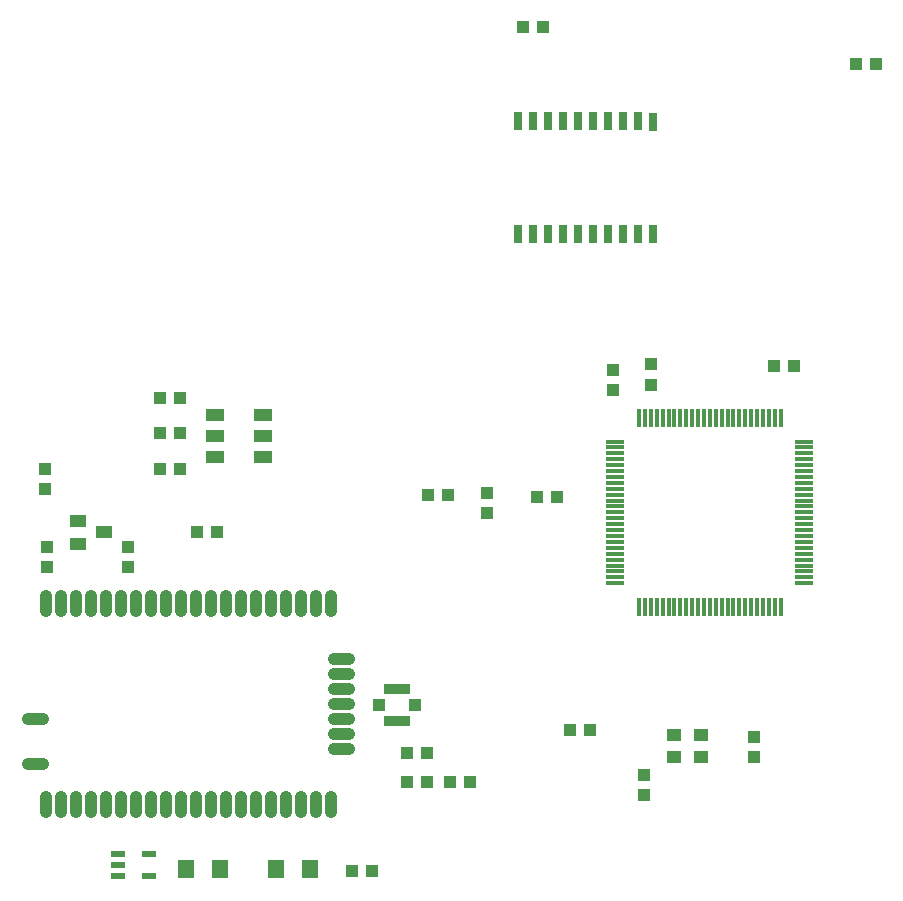
<source format=gtp>
G75*
G70*
%OFA0B0*%
%FSLAX24Y24*%
%IPPOS*%
%LPD*%
%AMOC8*
5,1,8,0,0,1.08239X$1,22.5*
%
%ADD10R,0.0591X0.0118*%
%ADD11R,0.0118X0.0591*%
%ADD12R,0.0433X0.0394*%
%ADD13R,0.0394X0.0433*%
%ADD14R,0.0472X0.0217*%
%ADD15R,0.0551X0.0630*%
%ADD16C,0.0400*%
%ADD17R,0.0591X0.0433*%
%ADD18R,0.0551X0.0394*%
%ADD19R,0.0300X0.0600*%
%ADD20R,0.0512X0.0433*%
%ADD21R,0.0866X0.0335*%
%ADD22R,0.0413X0.0394*%
D10*
X020530Y011318D03*
X020530Y011515D03*
X020530Y011711D03*
X020530Y011908D03*
X020530Y012105D03*
X020530Y012302D03*
X020530Y012499D03*
X020530Y012696D03*
X020530Y012893D03*
X020530Y013089D03*
X020530Y013286D03*
X020530Y013483D03*
X020530Y013680D03*
X020530Y013877D03*
X020530Y014074D03*
X020530Y014271D03*
X020530Y014467D03*
X020530Y014664D03*
X020530Y014861D03*
X020530Y015058D03*
X020530Y015255D03*
X020530Y015452D03*
X020530Y015649D03*
X020530Y015845D03*
X020530Y016042D03*
X026830Y016042D03*
X026830Y015845D03*
X026830Y015649D03*
X026830Y015452D03*
X026830Y015255D03*
X026830Y015058D03*
X026830Y014861D03*
X026830Y014664D03*
X026830Y014467D03*
X026830Y014271D03*
X026830Y014074D03*
X026830Y013877D03*
X026830Y013680D03*
X026830Y013483D03*
X026830Y013286D03*
X026830Y013089D03*
X026830Y012893D03*
X026830Y012696D03*
X026830Y012499D03*
X026830Y012302D03*
X026830Y012105D03*
X026830Y011908D03*
X026830Y011711D03*
X026830Y011515D03*
X026830Y011318D03*
D11*
X026042Y010530D03*
X025845Y010530D03*
X025649Y010530D03*
X025452Y010530D03*
X025255Y010530D03*
X025058Y010530D03*
X024861Y010530D03*
X024664Y010530D03*
X024467Y010530D03*
X024271Y010530D03*
X024074Y010530D03*
X023877Y010530D03*
X023680Y010530D03*
X023483Y010530D03*
X023286Y010530D03*
X023089Y010530D03*
X022893Y010530D03*
X022696Y010530D03*
X022499Y010530D03*
X022302Y010530D03*
X022105Y010530D03*
X021908Y010530D03*
X021711Y010530D03*
X021515Y010530D03*
X021318Y010530D03*
X021318Y016830D03*
X021515Y016830D03*
X021711Y016830D03*
X021908Y016830D03*
X022105Y016830D03*
X022302Y016830D03*
X022499Y016830D03*
X022696Y016830D03*
X022893Y016830D03*
X023089Y016830D03*
X023286Y016830D03*
X023483Y016830D03*
X023680Y016830D03*
X023877Y016830D03*
X024074Y016830D03*
X024271Y016830D03*
X024467Y016830D03*
X024664Y016830D03*
X024861Y016830D03*
X025058Y016830D03*
X025255Y016830D03*
X025452Y016830D03*
X025649Y016830D03*
X025845Y016830D03*
X026042Y016830D03*
D12*
X018586Y014196D03*
X017916Y014196D03*
X014963Y014274D03*
X014294Y014274D03*
X004274Y012523D03*
X004274Y011853D03*
X001597Y011853D03*
X001597Y012523D03*
X001519Y014452D03*
X001519Y015121D03*
X011755Y001723D03*
X012424Y001723D03*
D13*
X013586Y004708D03*
X014255Y004708D03*
X015003Y004708D03*
X015672Y004708D03*
X014255Y005652D03*
X013586Y005652D03*
X019019Y006440D03*
X019688Y006440D03*
X021479Y004924D03*
X021479Y004255D03*
X025141Y005515D03*
X025141Y006184D03*
X016263Y013664D03*
X016263Y014334D03*
X020456Y017759D03*
X020456Y018428D03*
X021710Y018611D03*
X021710Y017942D03*
X025830Y018566D03*
X026499Y018566D03*
X028555Y028640D03*
X029224Y028640D03*
X018109Y029849D03*
X017440Y029849D03*
X006026Y017503D03*
X005357Y017503D03*
X005357Y016322D03*
X006026Y016322D03*
X006026Y015141D03*
X005357Y015141D03*
X006578Y013015D03*
X007247Y013015D03*
D14*
X003967Y001550D03*
X003967Y001924D03*
X003967Y002298D03*
X004991Y002298D03*
X004991Y001550D03*
D15*
X006235Y001786D03*
X007337Y001786D03*
X009235Y001786D03*
X010337Y001786D03*
D16*
X010536Y003686D02*
X010536Y004186D01*
X010036Y004186D02*
X010036Y003686D01*
X009536Y003686D02*
X009536Y004186D01*
X009036Y004186D02*
X009036Y003686D01*
X008536Y003686D02*
X008536Y004186D01*
X008036Y004186D02*
X008036Y003686D01*
X007536Y003686D02*
X007536Y004186D01*
X007036Y004186D02*
X007036Y003686D01*
X006536Y003686D02*
X006536Y004186D01*
X006036Y004186D02*
X006036Y003686D01*
X005536Y003686D02*
X005536Y004186D01*
X005036Y004186D02*
X005036Y003686D01*
X004536Y003686D02*
X004536Y004186D01*
X004036Y004186D02*
X004036Y003686D01*
X003536Y003686D02*
X003536Y004186D01*
X003036Y004186D02*
X003036Y003686D01*
X002536Y003686D02*
X002536Y004186D01*
X002036Y004186D02*
X002036Y003686D01*
X001536Y003686D02*
X001536Y004186D01*
X001436Y005286D02*
X000936Y005286D01*
X000936Y006786D02*
X001436Y006786D01*
X001536Y010386D02*
X001536Y010886D01*
X002036Y010886D02*
X002036Y010386D01*
X002536Y010386D02*
X002536Y010886D01*
X003036Y010886D02*
X003036Y010386D01*
X003536Y010386D02*
X003536Y010886D01*
X004036Y010886D02*
X004036Y010386D01*
X004536Y010386D02*
X004536Y010886D01*
X005036Y010886D02*
X005036Y010386D01*
X005536Y010386D02*
X005536Y010886D01*
X006036Y010886D02*
X006036Y010386D01*
X006536Y010386D02*
X006536Y010886D01*
X007036Y010886D02*
X007036Y010386D01*
X007536Y010386D02*
X007536Y010886D01*
X008036Y010886D02*
X008036Y010386D01*
X008536Y010386D02*
X008536Y010886D01*
X009036Y010886D02*
X009036Y010386D01*
X009536Y010386D02*
X009536Y010886D01*
X010036Y010886D02*
X010036Y010386D01*
X010536Y010386D02*
X010536Y010886D01*
X011036Y010886D02*
X011036Y010386D01*
X011136Y008786D02*
X011636Y008786D01*
X011636Y008286D02*
X011136Y008286D01*
X011136Y007786D02*
X011636Y007786D01*
X011636Y007286D02*
X011136Y007286D01*
X011136Y006786D02*
X011636Y006786D01*
X011636Y006286D02*
X011136Y006286D01*
X011136Y005786D02*
X011636Y005786D01*
X011036Y004186D02*
X011036Y003686D01*
D17*
X008774Y015515D03*
X008774Y016223D03*
X008774Y016932D03*
X007200Y016932D03*
X007200Y016223D03*
X007200Y015515D03*
D18*
X003483Y013015D03*
X002617Y013389D03*
X002617Y012641D03*
D19*
X017292Y022957D03*
X017792Y022957D03*
X018292Y022957D03*
X018792Y022957D03*
X019292Y022957D03*
X019792Y022957D03*
X020292Y022957D03*
X020792Y022957D03*
X021292Y022957D03*
X021792Y022957D03*
X021792Y026707D03*
X021292Y026717D03*
X020792Y026717D03*
X020292Y026717D03*
X019792Y026717D03*
X019292Y026717D03*
X018792Y026717D03*
X018292Y026717D03*
X017792Y026717D03*
X017292Y026717D03*
D20*
X022483Y006243D03*
X023389Y006243D03*
X023389Y005534D03*
X022483Y005534D03*
D21*
X013251Y006725D03*
X013251Y007808D03*
D22*
X013851Y007267D03*
X012650Y007267D03*
M02*

</source>
